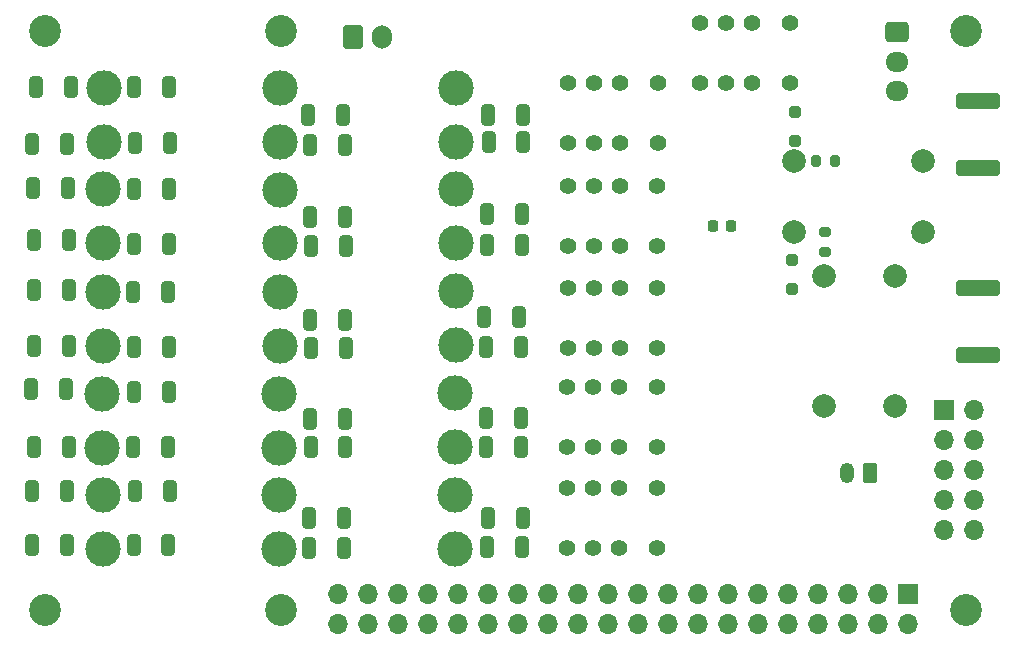
<source format=gbs>
G04 #@! TF.GenerationSoftware,KiCad,Pcbnew,9.0.0*
G04 #@! TF.CreationDate,2025-07-18T15:04:11-05:00*
G04 #@! TF.ProjectId,txfilters,74786669-6c74-4657-9273-2e6b69636164,rev?*
G04 #@! TF.SameCoordinates,Original*
G04 #@! TF.FileFunction,Soldermask,Bot*
G04 #@! TF.FilePolarity,Negative*
%FSLAX46Y46*%
G04 Gerber Fmt 4.6, Leading zero omitted, Abs format (unit mm)*
G04 Created by KiCad (PCBNEW 9.0.0) date 2025-07-18 15:04:11*
%MOMM*%
%LPD*%
G01*
G04 APERTURE LIST*
G04 Aperture macros list*
%AMRoundRect*
0 Rectangle with rounded corners*
0 $1 Rounding radius*
0 $2 $3 $4 $5 $6 $7 $8 $9 X,Y pos of 4 corners*
0 Add a 4 corners polygon primitive as box body*
4,1,4,$2,$3,$4,$5,$6,$7,$8,$9,$2,$3,0*
0 Add four circle primitives for the rounded corners*
1,1,$1+$1,$2,$3*
1,1,$1+$1,$4,$5*
1,1,$1+$1,$6,$7*
1,1,$1+$1,$8,$9*
0 Add four rect primitives between the rounded corners*
20,1,$1+$1,$2,$3,$4,$5,0*
20,1,$1+$1,$4,$5,$6,$7,0*
20,1,$1+$1,$6,$7,$8,$9,0*
20,1,$1+$1,$8,$9,$2,$3,0*%
G04 Aperture macros list end*
%ADD10C,1.400000*%
%ADD11C,3.000000*%
%ADD12C,2.700000*%
%ADD13C,2.000000*%
%ADD14RoundRect,0.250000X1.600000X-0.425000X1.600000X0.425000X-1.600000X0.425000X-1.600000X-0.425000X0*%
%ADD15RoundRect,0.250000X0.350000X0.625000X-0.350000X0.625000X-0.350000X-0.625000X0.350000X-0.625000X0*%
%ADD16O,1.200000X1.750000*%
%ADD17RoundRect,0.250000X-0.725000X0.600000X-0.725000X-0.600000X0.725000X-0.600000X0.725000X0.600000X0*%
%ADD18O,1.950000X1.700000*%
%ADD19RoundRect,0.250000X-0.325000X-0.650000X0.325000X-0.650000X0.325000X0.650000X-0.325000X0.650000X0*%
%ADD20RoundRect,0.225000X-0.225000X-0.250000X0.225000X-0.250000X0.225000X0.250000X-0.225000X0.250000X0*%
%ADD21RoundRect,0.250000X0.325000X0.650000X-0.325000X0.650000X-0.325000X-0.650000X0.325000X-0.650000X0*%
%ADD22RoundRect,0.200000X-0.200000X-0.275000X0.200000X-0.275000X0.200000X0.275000X-0.200000X0.275000X0*%
%ADD23RoundRect,0.250000X0.250000X-0.250000X0.250000X0.250000X-0.250000X0.250000X-0.250000X-0.250000X0*%
%ADD24RoundRect,0.250000X-0.250000X0.250000X-0.250000X-0.250000X0.250000X-0.250000X0.250000X0.250000X0*%
%ADD25R,1.700000X1.700000*%
%ADD26O,1.700000X1.700000*%
%ADD27RoundRect,0.250000X-0.600000X-0.750000X0.600000X-0.750000X0.600000X0.750000X-0.600000X0.750000X0*%
%ADD28O,1.700000X2.000000*%
%ADD29RoundRect,0.200000X-0.275000X0.200000X-0.275000X-0.200000X0.275000X-0.200000X0.275000X0.200000X0*%
G04 APERTURE END LIST*
D10*
G04 #@! TO.C,K6*
X155905000Y-142295000D03*
X152705000Y-142295000D03*
X150505000Y-142295000D03*
X148305000Y-142295000D03*
X148305000Y-147375000D03*
X150505000Y-147375000D03*
X152705000Y-147375000D03*
X155905000Y-147375000D03*
G04 #@! TD*
D11*
G04 #@! TO.C,L9*
X109035000Y-125682500D03*
X109035000Y-130252500D03*
G04 #@! TD*
D12*
G04 #@! TO.C,H1*
X104080000Y-103630000D03*
G04 #@! TD*
D11*
G04 #@! TO.C,L1*
X138945000Y-108420000D03*
X138945000Y-112990000D03*
G04 #@! TD*
D10*
G04 #@! TO.C,K1*
X156005000Y-108045000D03*
X152805000Y-108045000D03*
X150605000Y-108045000D03*
X148405000Y-108045000D03*
X148405000Y-113125000D03*
X150605000Y-113125000D03*
X152805000Y-113125000D03*
X156005000Y-113125000D03*
G04 #@! TD*
D13*
G04 #@! TO.C,L17*
X167485000Y-120615000D03*
X178485000Y-120615000D03*
X167485000Y-114615000D03*
X178485000Y-114615000D03*
G04 #@! TD*
D11*
G04 #@! TO.C,L2*
X123985000Y-108420000D03*
X123985000Y-112990000D03*
G04 #@! TD*
G04 #@! TO.C,L3*
X109105000Y-108420000D03*
X109105000Y-112990000D03*
G04 #@! TD*
D10*
G04 #@! TO.C,K5*
X155895000Y-133732500D03*
X152695000Y-133732500D03*
X150495000Y-133732500D03*
X148295000Y-133732500D03*
X148295000Y-138812500D03*
X150495000Y-138812500D03*
X152695000Y-138812500D03*
X155895000Y-138812500D03*
G04 #@! TD*
D12*
G04 #@! TO.C,H6*
X182080000Y-152630000D03*
G04 #@! TD*
G04 #@! TO.C,H2*
X124080000Y-103630000D03*
G04 #@! TD*
D14*
G04 #@! TO.C,J3*
X183087500Y-125380000D03*
X183087500Y-131030000D03*
G04 #@! TD*
D11*
G04 #@! TO.C,L6*
X109035000Y-117021250D03*
X109035000Y-121591250D03*
G04 #@! TD*
G04 #@! TO.C,L15*
X108985000Y-142929000D03*
X108985000Y-147499000D03*
G04 #@! TD*
D12*
G04 #@! TO.C,H4*
X104080000Y-152630000D03*
G04 #@! TD*
G04 #@! TO.C,H5*
X124080000Y-152630000D03*
G04 #@! TD*
D13*
G04 #@! TO.C,L16*
X176075000Y-135345000D03*
X176075000Y-124345000D03*
X170075000Y-135345000D03*
X170075000Y-124345000D03*
G04 #@! TD*
D15*
G04 #@! TO.C,J7*
X174000000Y-141050000D03*
D16*
X172000000Y-141050000D03*
G04 #@! TD*
D12*
G04 #@! TO.C,H3*
X182080000Y-103630000D03*
G04 #@! TD*
D14*
G04 #@! TO.C,J2*
X183087500Y-109570000D03*
X183087500Y-115220000D03*
G04 #@! TD*
D11*
G04 #@! TO.C,L11*
X123935000Y-134325250D03*
X123935000Y-138895250D03*
G04 #@! TD*
G04 #@! TO.C,L7*
X138875000Y-125652500D03*
X138875000Y-130222500D03*
G04 #@! TD*
D17*
G04 #@! TO.C,J6*
X176203000Y-103713000D03*
D18*
X176203000Y-106213000D03*
X176203000Y-108713000D03*
G04 #@! TD*
D10*
G04 #@! TO.C,K2*
X167185000Y-102985000D03*
X163985000Y-102985000D03*
X161785000Y-102985000D03*
X159585000Y-102985000D03*
X159585000Y-108065000D03*
X161785000Y-108065000D03*
X163985000Y-108065000D03*
X167185000Y-108065000D03*
G04 #@! TD*
D11*
G04 #@! TO.C,L4*
X138875000Y-117006250D03*
X138875000Y-121576250D03*
G04 #@! TD*
G04 #@! TO.C,L8*
X123995000Y-125697500D03*
X123995000Y-130267500D03*
G04 #@! TD*
G04 #@! TO.C,L12*
X108975000Y-134317750D03*
X108975000Y-138887750D03*
G04 #@! TD*
D10*
G04 #@! TO.C,K3*
X155955000Y-116787500D03*
X152755000Y-116787500D03*
X150555000Y-116787500D03*
X148355000Y-116787500D03*
X148355000Y-121867500D03*
X150555000Y-121867500D03*
X152755000Y-121867500D03*
X155955000Y-121867500D03*
G04 #@! TD*
D11*
G04 #@! TO.C,L13*
X138825000Y-142869000D03*
X138825000Y-147439000D03*
G04 #@! TD*
G04 #@! TO.C,L14*
X123945000Y-142929000D03*
X123945000Y-147499000D03*
G04 #@! TD*
G04 #@! TO.C,L5*
X123995000Y-117043750D03*
X123995000Y-121613750D03*
G04 #@! TD*
D10*
G04 #@! TO.C,K4*
X155955000Y-125400000D03*
X152755000Y-125400000D03*
X150555000Y-125400000D03*
X148355000Y-125400000D03*
X148355000Y-130480000D03*
X150555000Y-130480000D03*
X152755000Y-130480000D03*
X155955000Y-130480000D03*
G04 #@! TD*
D11*
G04 #@! TO.C,L10*
X138815000Y-134272750D03*
X138815000Y-138842750D03*
G04 #@! TD*
D19*
G04 #@! TO.C,C31*
X141570000Y-119145000D03*
X144520000Y-119145000D03*
G04 #@! TD*
G04 #@! TO.C,C19*
X111590000Y-138805000D03*
X114540000Y-138805000D03*
G04 #@! TD*
D20*
G04 #@! TO.C,C8*
X160654000Y-120103000D03*
X162204000Y-120103000D03*
G04 #@! TD*
D21*
G04 #@! TO.C,C33*
X106080000Y-116885000D03*
X103130000Y-116885000D03*
G04 #@! TD*
D19*
G04 #@! TO.C,C18*
X126600000Y-138830000D03*
X129550000Y-138830000D03*
G04 #@! TD*
G04 #@! TO.C,C1*
X141670000Y-113055000D03*
X144620000Y-113055000D03*
G04 #@! TD*
G04 #@! TO.C,C42*
X141446000Y-136401000D03*
X144396000Y-136401000D03*
G04 #@! TD*
G04 #@! TO.C,C45*
X126460000Y-144893000D03*
X129410000Y-144893000D03*
G04 #@! TD*
G04 #@! TO.C,C13*
X141420000Y-130375000D03*
X144370000Y-130375000D03*
G04 #@! TD*
G04 #@! TO.C,C36*
X126584000Y-128081000D03*
X129534000Y-128081000D03*
G04 #@! TD*
D21*
G04 #@! TO.C,C44*
X105950000Y-147159000D03*
X103000000Y-147159000D03*
G04 #@! TD*
D19*
G04 #@! TO.C,C17*
X141480000Y-138815000D03*
X144430000Y-138815000D03*
G04 #@! TD*
G04 #@! TO.C,C35*
X141316000Y-127875000D03*
X144266000Y-127875000D03*
G04 #@! TD*
G04 #@! TO.C,C23*
X111610000Y-147145000D03*
X114560000Y-147145000D03*
G04 #@! TD*
G04 #@! TO.C,C4*
X126520000Y-113235000D03*
X129470000Y-113235000D03*
G04 #@! TD*
G04 #@! TO.C,C7*
X111670000Y-108395000D03*
X114620000Y-108395000D03*
G04 #@! TD*
G04 #@! TO.C,C41*
X126522000Y-136463000D03*
X129472000Y-136463000D03*
G04 #@! TD*
D21*
G04 #@! TO.C,C34*
X106166000Y-121319000D03*
X103216000Y-121319000D03*
G04 #@! TD*
D22*
G04 #@! TO.C,R6*
X169380000Y-114615000D03*
X171030000Y-114615000D03*
G04 #@! TD*
D23*
G04 #@! TO.C,D1*
X167340000Y-125471000D03*
X167340000Y-122971000D03*
G04 #@! TD*
D24*
G04 #@! TO.C,D2*
X167619000Y-110475000D03*
X167619000Y-112975000D03*
G04 #@! TD*
D19*
G04 #@! TO.C,C5*
X111700000Y-113105000D03*
X114650000Y-113105000D03*
G04 #@! TD*
D25*
G04 #@! TO.C,J4*
X180200000Y-135753600D03*
D26*
X182740000Y-135753600D03*
X180200000Y-138293600D03*
X182740000Y-138293600D03*
X180200000Y-140833600D03*
X182740000Y-140833600D03*
X180200000Y-143373600D03*
X182740000Y-143373600D03*
X180200000Y-145913600D03*
X182740000Y-145913600D03*
G04 #@! TD*
D19*
G04 #@! TO.C,C10*
X126660000Y-121820000D03*
X129610000Y-121820000D03*
G04 #@! TD*
G04 #@! TO.C,C24*
X111740000Y-142605000D03*
X114690000Y-142605000D03*
G04 #@! TD*
G04 #@! TO.C,C32*
X126584000Y-119383000D03*
X129534000Y-119383000D03*
G04 #@! TD*
G04 #@! TO.C,C46*
X141600000Y-144859000D03*
X144550000Y-144859000D03*
G04 #@! TD*
D21*
G04 #@! TO.C,C29*
X105974000Y-113191000D03*
X103024000Y-113191000D03*
G04 #@! TD*
D19*
G04 #@! TO.C,C21*
X141550000Y-147285000D03*
X144500000Y-147285000D03*
G04 #@! TD*
G04 #@! TO.C,C12*
X111670000Y-116985000D03*
X114620000Y-116985000D03*
G04 #@! TD*
G04 #@! TO.C,C15*
X111670000Y-130385000D03*
X114620000Y-130385000D03*
G04 #@! TD*
G04 #@! TO.C,C16*
X111590000Y-125735000D03*
X114540000Y-125735000D03*
G04 #@! TD*
D27*
G04 #@! TO.C,J5*
X130149000Y-104135000D03*
D28*
X132649000Y-104135000D03*
G04 #@! TD*
D19*
G04 #@! TO.C,C25*
X141632000Y-110747000D03*
X144582000Y-110747000D03*
G04 #@! TD*
G04 #@! TO.C,C11*
X111680000Y-121655000D03*
X114630000Y-121655000D03*
G04 #@! TD*
G04 #@! TO.C,C9*
X141540000Y-121765000D03*
X144490000Y-121765000D03*
G04 #@! TD*
D21*
G04 #@! TO.C,C30*
X106272000Y-108345000D03*
X103322000Y-108345000D03*
G04 #@! TD*
G04 #@! TO.C,C39*
X105888000Y-133951000D03*
X102938000Y-133951000D03*
G04 #@! TD*
D19*
G04 #@! TO.C,C28*
X126392000Y-110699000D03*
X129342000Y-110699000D03*
G04 #@! TD*
D21*
G04 #@! TO.C,C37*
X106104000Y-130305000D03*
X103154000Y-130305000D03*
G04 #@! TD*
G04 #@! TO.C,C40*
X106142000Y-138825000D03*
X103192000Y-138825000D03*
G04 #@! TD*
G04 #@! TO.C,C43*
X105950000Y-142539000D03*
X103000000Y-142539000D03*
G04 #@! TD*
D25*
G04 #@! TO.C,J1*
X177180000Y-151330000D03*
D26*
X177180000Y-153870000D03*
X174640000Y-151330000D03*
X174640000Y-153870000D03*
X172100000Y-151330000D03*
X172100000Y-153870000D03*
X169560000Y-151330000D03*
X169560000Y-153870000D03*
X167020000Y-151330000D03*
X167020000Y-153870000D03*
X164480000Y-151330000D03*
X164480000Y-153870000D03*
X161940000Y-151330000D03*
X161940000Y-153870000D03*
X159400000Y-151330000D03*
X159400000Y-153870000D03*
X156860000Y-151330000D03*
X156860000Y-153870000D03*
X154320000Y-151330000D03*
X154320000Y-153870000D03*
X151780000Y-151330000D03*
X151780000Y-153870000D03*
X149240000Y-151330000D03*
X149240000Y-153870000D03*
X146700000Y-151330000D03*
X146700000Y-153870000D03*
X144160000Y-151330000D03*
X144160000Y-153870000D03*
X141620000Y-151330000D03*
X141620000Y-153870000D03*
X139080000Y-151330000D03*
X139080000Y-153870000D03*
X136540000Y-151330000D03*
X136540000Y-153870000D03*
X134000000Y-151330000D03*
X134000000Y-153870000D03*
X131460000Y-151330000D03*
X131460000Y-153870000D03*
X128920000Y-151330000D03*
X128920000Y-153870000D03*
G04 #@! TD*
D19*
G04 #@! TO.C,C20*
X111630000Y-134205000D03*
X114580000Y-134205000D03*
G04 #@! TD*
G04 #@! TO.C,C14*
X126660000Y-130465000D03*
X129610000Y-130465000D03*
G04 #@! TD*
D29*
G04 #@! TO.C,R5*
X170143000Y-120656000D03*
X170143000Y-122306000D03*
G04 #@! TD*
D21*
G04 #@! TO.C,C38*
X106142000Y-125521000D03*
X103192000Y-125521000D03*
G04 #@! TD*
D19*
G04 #@! TO.C,C22*
X126500000Y-147425000D03*
X129450000Y-147425000D03*
G04 #@! TD*
M02*

</source>
